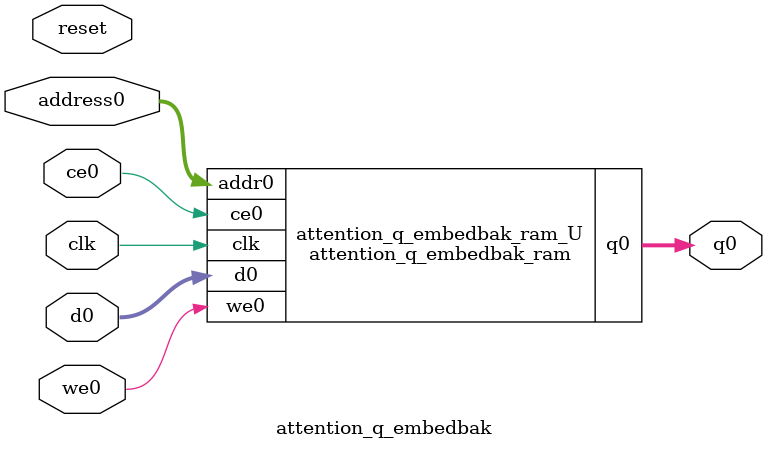
<source format=v>
`timescale 1 ns / 1 ps
module attention_q_embedbak_ram (addr0, ce0, d0, we0, q0,  clk);

parameter DWIDTH = 38;
parameter AWIDTH = 5;
parameter MEM_SIZE = 24;

input[AWIDTH-1:0] addr0;
input ce0;
input[DWIDTH-1:0] d0;
input we0;
output reg[DWIDTH-1:0] q0;
input clk;

(* ram_style = "distributed" *)reg [DWIDTH-1:0] ram[0:MEM_SIZE-1];




always @(posedge clk)  
begin 
    if (ce0) begin
        if (we0) 
            ram[addr0] <= d0; 
        q0 <= ram[addr0];
    end
end


endmodule

`timescale 1 ns / 1 ps
module attention_q_embedbak(
    reset,
    clk,
    address0,
    ce0,
    we0,
    d0,
    q0);

parameter DataWidth = 32'd38;
parameter AddressRange = 32'd24;
parameter AddressWidth = 32'd5;
input reset;
input clk;
input[AddressWidth - 1:0] address0;
input ce0;
input we0;
input[DataWidth - 1:0] d0;
output[DataWidth - 1:0] q0;



attention_q_embedbak_ram attention_q_embedbak_ram_U(
    .clk( clk ),
    .addr0( address0 ),
    .ce0( ce0 ),
    .we0( we0 ),
    .d0( d0 ),
    .q0( q0 ));

endmodule


</source>
